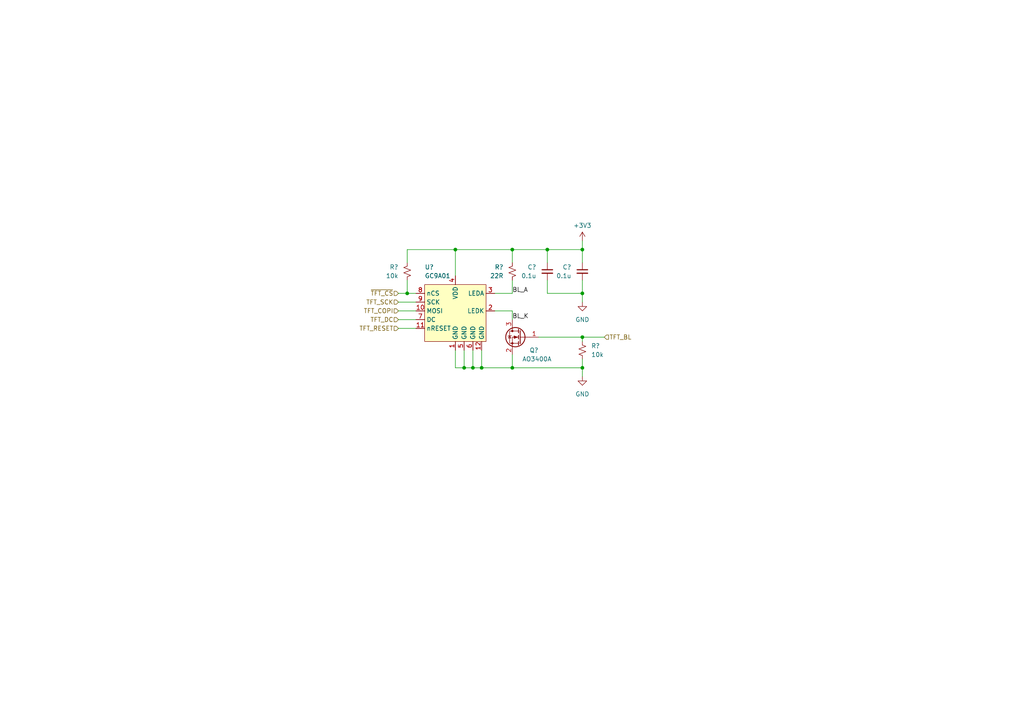
<source format=kicad_sch>
(kicad_sch (version 20230121) (generator eeschema)
  (paper "A4")
  (title_block (title "GC9A01 TFT DISPLAY") (date "2023-06-17") (rev "1.0") (company "matei repair lab"))
  (lib_symbols
    (symbol "Device:C_Small" (pin_numbers hide) (pin_names (offset 0.254) hide)
      (property "Reference" "C" (at 0.254 1.778 0))
      (property "Value" "C_Small" (at 0.254 -2.032 0))
      (symbol "C_Small_0_1"
        (polyline (pts (xy -1.524 -0.508) (xy 1.524 -0.508)) (stroke (width 0.3302)))
        (polyline (pts (xy -1.524 0.508) (xy 1.524 0.508)) (stroke (width 0.3048)))
      )
      (symbol "C_Small_1_1"
        (pin passive line (at 0 2.54 270) (length 2.032) (name "~") (number "1"))
        (pin passive line (at 0 -2.54 90) (length 2.032) (name "~") (number "2"))
      )
    )
    (symbol "Device:R_Small_US" (pin_numbers hide) (pin_names (offset 0.254) hide)
      (property "Reference" "R" (at 0.762 0.508 0))
      (property "Value" "R_Small_US" (at 0.762 -1.016 0))
      (symbol "R_Small_US_1_1"
        (polyline (pts (xy 0 0) (xy 1.016 -0.381) (xy 0 -0.762) (xy -1.016 -1.143) (xy 0 -1.524)))
        (polyline (pts (xy 0 1.524) (xy 1.016 1.143) (xy 0 0.762) (xy -1.016 0.381) (xy 0 0)))
        (pin passive line (at 0 2.54 270) (length 1.016) (name "~") (number "1"))
        (pin passive line (at 0 -2.54 90) (length 1.016) (name "~") (number "2"))
      )
    )
    (symbol "Transistor_FET:AO3400A" (pin_names hide)
      (property "Reference" "Q" (at 5.08 1.905 0))
      (property "Value" "AO3400A" (at 5.08 0 0))
      (symbol "AO3400A_0_1"
        (polyline (pts (xy 0.254 0) (xy -2.54 0)))
        (polyline (pts (xy 0.254 1.905) (xy 0.254 -1.905)) (stroke (width 0.254)))
        (polyline (pts (xy 0.762 -1.27) (xy 0.762 -2.286)) (stroke (width 0.254)))
        (polyline (pts (xy 0.762 0.508) (xy 0.762 -0.508)) (stroke (width 0.254)))
        (polyline (pts (xy 0.762 2.286) (xy 0.762 1.27)) (stroke (width 0.254)))
        (polyline (pts (xy 2.54 2.54) (xy 2.54 1.778)))
        (polyline (pts (xy 2.54 -2.54) (xy 2.54 0) (xy 0.762 0)))
        (polyline (pts (xy 0.762 -1.778) (xy 3.302 -1.778) (xy 3.302 1.778) (xy 0.762 1.778)))
        (polyline (pts (xy 1.016 0) (xy 2.032 0.381) (xy 2.032 -0.381) (xy 1.016 0)) (fill (type outline)))
        (polyline (pts (xy 2.794 0.508) (xy 2.921 0.381) (xy 3.683 0.381) (xy 3.81 0.254)))
        (polyline (pts (xy 3.302 0.381) (xy 2.921 -0.254) (xy 3.683 -0.254) (xy 3.302 0.381)))
        (circle (center 1.651 0) (radius 2.794) (stroke (width 0.254)))
        (circle (center 2.54 -1.778) (radius 0.254) (fill (type outline)))
        (circle (center 2.54 1.778) (radius 0.254) (fill (type outline)))
      )
      (symbol "AO3400A_1_1"
        (pin input line (at -5.08 0 0) (length 2.54) (name "G") (number "1"))
        (pin passive line (at 2.54 -5.08 90) (length 2.54) (name "S") (number "2"))
        (pin passive line (at 2.54 5.08 270) (length 2.54) (name "D") (number "3"))
      )
    )
    (symbol "matei:GC9A01"
      (property "Reference" "U" (at -7.62 8.89 0))
      (property "Value" "GC9A01" (at 5.08 8.89 0))
      (symbol "GC9A01_0_1"
        (rectangle (start -8.89 7.62) (end 8.89 -8.89) (stroke (width 0.1524)) (fill (type background)))
      )
      (symbol "GC9A01_1_1"
        (pin input line (at 0 -11.43 90) (length 2.54) (name "GND") (number "1"))
        (pin input line (at -11.43 0 0) (length 2.54) (name "MOSI") (number "10"))
        (pin input line (at -11.43 -5.08 0) (length 2.54) (name "nRESET") (number "11"))
        (pin input line (at 7.62 -11.43 90) (length 2.54) (name "GND") (number "12"))
        (pin input line (at 11.43 0 180) (length 2.54) (name "LEDK") (number "2"))
        (pin input line (at 11.43 5.08 180) (length 2.54) (name "LEDA") (number "3"))
        (pin input line (at 0 10.16 270) (length 2.54) (name "VDD") (number "4"))
        (pin input line (at 2.54 -11.43 90) (length 2.54) (name "GND") (number "5"))
        (pin input line (at 5.08 -11.43 90) (length 2.54) (name "GND") (number "6"))
        (pin input line (at -11.43 -2.54 0) (length 2.54) (name "DC") (number "7"))
        (pin input line (at -11.43 5.08 0) (length 2.54) (name "nCS") (number "8"))
        (pin input line (at -11.43 2.54 0) (length 2.54) (name "SCK") (number "9"))
      )
    )
    (symbol "power:+3V3" (power) (pin_names (offset 0))
      (property "Value" "+3V3" (at 0 3.556 0))
      (symbol "+3V3_0_1"
        (polyline (pts (xy -0.762 1.27) (xy 0 2.54)))
        (polyline (pts (xy 0 0) (xy 0 2.54)))
        (polyline (pts (xy 0 2.54) (xy 0.762 1.27)))
      )
      (symbol "+3V3_1_1"
        (pin power_in line (at 0 0 90) (length 0) hide (name "+3V3") (number "1"))
      )
    )
    (symbol "power:GND" (power) (pin_names (offset 0))
      (property "Value" "GND" (at 0 -3.81 0))
      (symbol "GND_0_1"
        (polyline (pts (xy 0 0) (xy 0 -1.27) (xy 1.27 -1.27) (xy 0 -2.54) (xy -1.27 -1.27) (xy 0 -1.27)))
      )
      (symbol "GND_1_1"
        (pin power_in line (at 0 0 270) (length 0) hide (name "GND") (number "1"))
      )
    )
  )
  (junction (at 134.62 106.68))
  (junction (at 168.91 97.79))
  (junction (at 148.59 72.39))
  (junction (at 168.91 72.39))
  (junction (at 137.16 106.68))
  (junction (at 132.08 72.39))
  (junction (at 148.59 106.68))
  (junction (at 139.7 106.68))
  (junction (at 118.11 85.09))
  (junction (at 168.91 85.09))
  (junction (at 158.75 72.39))
  (junction (at 168.91 106.68))
  (wire (pts (xy 134.62 101.6) (xy 134.62 106.68)))
  (wire (pts (xy 158.75 81.28) (xy 158.75 85.09)))
  (wire (pts (xy 132.08 72.39) (xy 132.08 80.01)))
  (wire (pts (xy 168.91 106.68) (xy 168.91 109.22)))
  (wire (pts (xy 168.91 104.14) (xy 168.91 106.68)))
  (wire (pts (xy 118.11 72.39) (xy 132.08 72.39)))
  (wire (pts (xy 168.91 87.63) (xy 168.91 85.09)))
  (wire (pts (xy 148.59 72.39) (xy 132.08 72.39)))
  (wire (pts (xy 115.57 92.71) (xy 120.65 92.71)))
  (wire (pts (xy 148.59 102.87) (xy 148.59 106.68)))
  (wire (pts (xy 158.75 85.09) (xy 168.91 85.09)))
  (wire (pts (xy 148.59 85.09) (xy 143.51 85.09)))
  (wire (pts (xy 156.21 97.79) (xy 168.91 97.79)))
  (wire (pts (xy 148.59 72.39) (xy 158.75 72.39)))
  (wire (pts (xy 115.57 95.25) (xy 120.65 95.25)))
  (wire (pts (xy 168.91 72.39) (xy 168.91 76.2)))
  (wire (pts (xy 137.16 101.6) (xy 137.16 106.68)))
  (wire (pts (xy 148.59 72.39) (xy 148.59 76.2)))
  (wire (pts (xy 168.91 69.85) (xy 168.91 72.39)))
  (wire (pts (xy 134.62 106.68) (xy 137.16 106.68)))
  (wire (pts (xy 168.91 97.79) (xy 175.26 97.79)))
  (wire (pts (xy 148.59 106.68) (xy 139.7 106.68)))
  (wire (pts (xy 118.11 76.2) (xy 118.11 72.39)))
  (wire (pts (xy 148.59 81.28) (xy 148.59 85.09)))
  (wire (pts (xy 118.11 85.09) (xy 118.11 81.28)))
  (wire (pts (xy 143.51 90.17) (xy 148.59 90.17)))
  (wire (pts (xy 148.59 90.17) (xy 148.59 92.71)))
  (wire (pts (xy 132.08 106.68) (xy 134.62 106.68)))
  (wire (pts (xy 118.11 85.09) (xy 120.65 85.09)))
  (wire (pts (xy 158.75 72.39) (xy 168.91 72.39)))
  (wire (pts (xy 148.59 106.68) (xy 168.91 106.68)))
  (wire (pts (xy 137.16 106.68) (xy 139.7 106.68)))
  (wire (pts (xy 115.57 87.63) (xy 120.65 87.63)))
  (wire (pts (xy 168.91 97.79) (xy 168.91 99.06)))
  (wire (pts (xy 115.57 90.17) (xy 120.65 90.17)))
  (wire (pts (xy 115.57 85.09) (xy 118.11 85.09)))
  (wire (pts (xy 132.08 101.6) (xy 132.08 106.68)))
  (wire (pts (xy 168.91 81.28) (xy 168.91 85.09)))
  (wire (pts (xy 139.7 101.6) (xy 139.7 106.68)))
  (wire (pts (xy 158.75 72.39) (xy 158.75 76.2)))
  (label "BL_K" (at 148.59 92.71 0))
  (label "BL_A" (at 148.59 85.09 0))
  (hierarchical_label "TFT_SCK" (shape input) (at 115.57 87.63 180))
  (hierarchical_label "TFT_RESET" (shape input) (at 115.57 95.25 180))
  (hierarchical_label "TFT_COPI" (shape input) (at 115.57 90.17 180))
  (hierarchical_label "TFT_DC" (shape input) (at 115.57 92.71 180))
  (hierarchical_label "TFT_BL" (shape input) (at 175.26 97.79 0))
  (hierarchical_label "~{TFT_CS}" (shape input) (at 115.57 85.09 180))
  (symbol (lib_id "Device:R_Small_US") (at 118.11 78.74 0) (mirror y) (unit 1)
    (property "Reference" "R?" (at 115.57 77.47 0) (effects (justify left)))
    (property "Value" "10k" (at 115.57 80.01 0) (effects (justify left)))
    (property "Footprint" "Resistor_SMD:R_0402_1005Metric" (effects hide))
    (instances (project "stm32g431-mt6701-stspin233" (path "" (reference "R?") (unit 1)) (path "" (reference "R?") (unit 1)) (path "" (reference "R501") (unit 1))))
  )
  (symbol (lib_id "Device:C_Small") (at 158.75 78.74 0) (unit 1)
    (property "Reference" "C?" (at 155.575 77.4763 0) (effects (justify right)))
    (property "Value" "0.1u" (at 155.575 80.0163 0) (effects (justify right)))
    (property "Footprint" "Capacitor_SMD:C_0402_1005Metric" (effects hide))
    (instances (project "stm32g431-mt6701-stspin233" (path "" (reference "C?") (unit 1)) (path "" (reference "C?") (unit 1)) (path "" (reference "C501") (unit 1))))
  )
  (symbol (lib_id "power:GND") (at 168.91 109.22 0) (unit 1)
    (property "Reference" "#PWR0110" (effects hide))
    (property "Value" "GND" (at 168.91 114.3 0))
    (instances (project "stm32g431-mt6701-stspin233" (path "" (reference "#PWR0110") (unit 1)) (path "" (reference "#PWR0203") (unit 1)) (path "" (reference "#PWR0503") (unit 1))))
  )
  (symbol (lib_id "matei:GC9A01") (at 132.08 90.17 0) (unit 1)
    (property "Reference" "U?" (at 123.19 77.47 0) (effects (justify left)))
    (property "Value" "GC9A01" (at 123.19 80.01 0) (effects (justify left)))
    (property "Footprint" "matei:GC9A01Round1.28" (effects hide))
    (instances (project "stm32g431-mt6701-stspin233" (path "" (reference "U?") (unit 1)) (path "" (reference "U?") (unit 1)) (path "" (reference "U501") (unit 1))))
  )
  (symbol (lib_id "power:+3V3") (at 168.91 69.85 0) (unit 1)
    (property "Reference" "#PWR0109" (effects hide))
    (property "Value" "+3V3" (at 168.91 65.405 0))
    (instances (project "stm32g431-mt6701-stspin233" (path "" (reference "#PWR0109") (unit 1)) (path "" (reference "#PWR0201") (unit 1)) (path "" (reference "#PWR0501") (unit 1))))
  )
  (symbol (lib_id "Transistor_FET:AO3400A") (at 151.13 97.79 0) (mirror y) (unit 1)
    (property "Reference" "Q?" (at 156.21 101.6 0) (effects (justify left)))
    (property "Value" "AO3400A" (at 160.02 104.14 0) (effects (justify left)))
    (property "Footprint" "Package_TO_SOT_SMD:SOT-23" (effects hide))
    (property "Datasheet" "http://www.aosmd.com/pdfs/datasheet/AO3400A.pdf" (effects hide))
    (instances (project "stm32g431-mt6701-stspin233" (path "" (reference "Q?") (unit 1)) (path "" (reference "Q?") (unit 1)) (path "" (reference "Q501") (unit 1))))
  )
  (symbol (lib_id "Device:R_Small_US") (at 148.59 78.74 0) (mirror y) (unit 1)
    (property "Reference" "R?" (at 146.05 77.47 0) (effects (justify left)))
    (property "Value" "22R" (at 146.05 80.01 0) (effects (justify left)))
    (property "Footprint" "Resistor_SMD:R_0402_1005Metric" (effects hide))
    (instances (project "stm32g431-mt6701-stspin233" (path "" (reference "R?") (unit 1)) (path "" (reference "R?") (unit 1)) (path "" (reference "R502") (unit 1))))
  )
  (symbol (lib_id "power:GND") (at 168.91 87.63 0) (unit 1)
    (property "Reference" "#PWR0112" (effects hide))
    (property "Value" "GND" (at 168.91 92.71 0))
    (instances (project "stm32g431-mt6701-stspin233" (path "" (reference "#PWR0112") (unit 1)) (path "" (reference "#PWR0202") (unit 1)) (path "" (reference "#PWR0502") (unit 1))))
  )
  (symbol (lib_id "Device:R_Small_US") (at 168.91 101.6 0) (unit 1)
    (property "Reference" "R?" (at 171.45 100.33 0) (effects (justify left)))
    (property "Value" "10k" (at 171.45 102.87 0) (effects (justify left)))
    (property "Footprint" "Resistor_SMD:R_0402_1005Metric" (effects hide))
    (instances (project "stm32g431-mt6701-stspin233" (path "" (reference "R?") (unit 1)) (path "" (reference "R?") (unit 1)) (path "" (reference "R503") (unit 1))))
  )
  (symbol (lib_id "Device:C_Small") (at 168.91 78.74 0) (unit 1)
    (property "Reference" "C?" (at 165.735 77.4763 0) (effects (justify right)))
    (property "Value" "0.1u" (at 165.735 80.0163 0) (effects (justify right)))
    (property "Footprint" "Capacitor_SMD:C_0402_1005Metric" (effects hide))
    (instances (project "stm32g431-mt6701-stspin233" (path "" (reference "C?") (unit 1)) (path "" (reference "C?") (unit 1)) (path "" (reference "C502") (unit 1))))
  )
)
</source>
